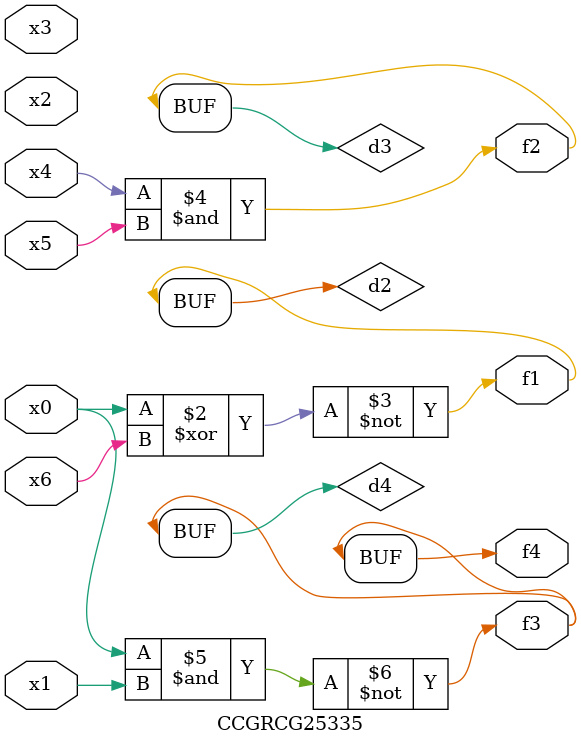
<source format=v>
module CCGRCG25335(
	input x0, x1, x2, x3, x4, x5, x6,
	output f1, f2, f3, f4
);

	wire d1, d2, d3, d4;

	nor (d1, x0);
	xnor (d2, x0, x6);
	and (d3, x4, x5);
	nand (d4, x0, x1);
	assign f1 = d2;
	assign f2 = d3;
	assign f3 = d4;
	assign f4 = d4;
endmodule

</source>
